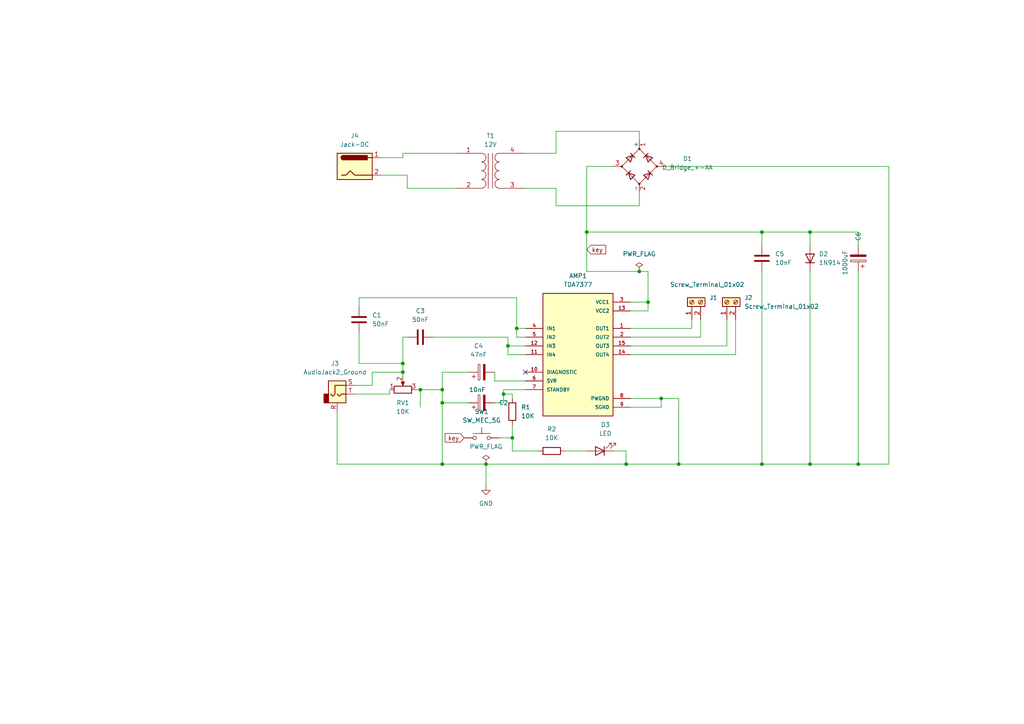
<source format=kicad_sch>
(kicad_sch (version 20230121) (generator eeschema)
  (paper "A4")
  (lib_symbols
    (symbol "Connector:Jack-DC" (pin_names (offset 1.016))
      (property "Reference" "J" (at 0 5.334 0))
      (property "Value" "Jack-DC" (at 0 -5.08 0))
      (symbol "Jack-DC_0_1"
        (rectangle (start -5.08 3.81) (end 5.08 -3.81) (stroke (width 0.254)) (fill (type background)))
        (arc (start -3.302 3.175) (mid -3.9343 2.54) (end -3.302 1.905) (stroke (width 0.254)))
        (arc (start -3.302 3.175) (mid -3.9343 2.54) (end -3.302 1.905) (stroke (width 0.254)) (fill (type outline)))
        (polyline (pts (xy 5.08 2.54) (xy 3.81 2.54)) (stroke (width 0.254)))
        (polyline (pts (xy -3.81 -2.54) (xy -2.54 -2.54) (xy -1.27 -1.27) (xy 0 -2.54) (xy 2.54 -2.54) (xy 5.08 -2.54)) (stroke (width 0.254)))
        (rectangle (start 3.683 3.175) (end -3.302 1.905) (stroke (width 0.254)) (fill (type outline)))
      )
      (symbol "Jack-DC_1_1"
        (pin passive line (at 7.62 2.54 180) (length 2.54) (name "~") (number "1"))
        (pin passive line (at 7.62 -2.54 180) (length 2.54) (name "~") (number "2"))
      )
    )
    (symbol "Connector:Screw_Terminal_01x02" (pin_names (offset 1.016) hide)
      (property "Reference" "J" (at 0 2.54 0))
      (property "Value" "Screw_Terminal_01x02" (at 0 -5.08 0))
      (symbol "Screw_Terminal_01x02_1_1"
        (rectangle (start -1.27 1.27) (end 1.27 -3.81) (stroke (width 0.254)) (fill (type background)))
        (circle (center 0 -2.54) (radius 0.635) (stroke (width 0.1524)))
        (polyline (pts (xy -0.5334 -2.2098) (xy 0.3302 -3.048)) (stroke (width 0.1524)))
        (polyline (pts (xy -0.5334 0.3302) (xy 0.3302 -0.508)) (stroke (width 0.1524)))
        (polyline (pts (xy -0.3556 -2.032) (xy 0.508 -2.8702)) (stroke (width 0.1524)))
        (polyline (pts (xy -0.3556 0.508) (xy 0.508 -0.3302)) (stroke (width 0.1524)))
        (circle (center 0 0) (radius 0.635) (stroke (width 0.1524)))
        (pin passive line (at -5.08 0 0) (length 3.81) (name "Pin_1") (number "1"))
        (pin passive line (at -5.08 -2.54 0) (length 3.81) (name "Pin_2") (number "2"))
      )
    )
    (symbol "Connector_Audio:AudioJack2_Ground"
      (property "Reference" "J3" (at -0.635 8.89 0))
      (property "Value" "AudioJack2_Ground" (at -0.635 6.35 0))
      (symbol "AudioJack2_Ground_0_1"
        (rectangle (start -2.54 -2.54) (end -3.81 0) (stroke (width 0.254)) (fill (type outline)))
        (polyline (pts (xy 0 0) (xy 0.635 -0.635) (xy 1.27 0) (xy 2.54 0)) (stroke (width 0.254)))
        (polyline (pts (xy 2.54 2.54) (xy -0.635 2.54) (xy -0.635 0) (xy -1.27 -0.635) (xy -1.905 0)) (stroke (width 0.254)))
        (rectangle (start 2.54 3.81) (end -2.54 -2.54) (stroke (width 0.254)) (fill (type background)))
      )
      (symbol "AudioJack2_Ground_1_1"
        (pin passive line (at 0 -5.08 90) (length 2.54) (name "~") (number "R"))
        (pin passive line (at 5.08 2.54 180) (length 2.54) (name "~") (number "S"))
        (pin passive line (at 5.08 0 180) (length 2.54) (name "~") (number "T"))
      )
    )
    (symbol "Device:C" (pin_numbers hide) (pin_names (offset 0.254))
      (property "Reference" "C" (at 0.635 2.54 0))
      (property "Value" "C" (at 0.635 -2.54 0))
      (symbol "C_0_1"
        (polyline (pts (xy -2.032 -0.762) (xy 2.032 -0.762)) (stroke (width 0.508)))
        (polyline (pts (xy -2.032 0.762) (xy 2.032 0.762)) (stroke (width 0.508)))
      )
      (symbol "C_1_1"
        (pin passive line (at 0 3.81 270) (length 2.794) (name "~") (number "1"))
        (pin passive line (at 0 -3.81 90) (length 2.794) (name "~") (number "2"))
      )
    )
    (symbol "Device:C_Polarized" (pin_numbers hide) (pin_names (offset 0.254))
      (property "Reference" "C" (at 0.635 2.54 0))
      (property "Value" "C_Polarized" (at 0.635 -2.54 0))
      (symbol "C_Polarized_0_1"
        (rectangle (start -2.286 0.508) (end 2.286 1.016))
        (polyline (pts (xy -1.778 2.286) (xy -0.762 2.286)))
        (polyline (pts (xy -1.27 2.794) (xy -1.27 1.778)))
        (rectangle (start 2.286 -0.508) (end -2.286 -1.016) (fill (type outline)))
      )
      (symbol "C_Polarized_1_1"
        (pin passive line (at 0 3.81 270) (length 2.794) (name "~") (number "1"))
        (pin passive line (at 0 -3.81 90) (length 2.794) (name "~") (number "2"))
      )
    )
    (symbol "Device:D_Bridge_+-AA" (pin_names (offset 0))
      (property "Reference" "D" (at 2.54 6.985 0))
      (property "Value" "D_Bridge_+-AA" (at 2.54 5.08 0))
      (symbol "D_Bridge_+-AA_0_1"
        (circle (center -5.08 0) (radius 0.254) (fill (type outline)))
        (circle (center 0 -5.08) (radius 0.254) (fill (type outline)))
        (polyline (pts (xy -2.54 3.81) (xy -1.27 2.54)) (stroke (width 0.254)))
        (polyline (pts (xy -1.27 -2.54) (xy -2.54 -3.81)) (stroke (width 0.254)))
        (polyline (pts (xy 2.54 -1.27) (xy 3.81 -2.54)) (stroke (width 0.254)))
        (polyline (pts (xy 2.54 1.27) (xy 3.81 2.54)) (stroke (width 0.254)))
        (polyline (pts (xy -3.81 2.54) (xy -2.54 1.27) (xy -1.905 3.175) (xy -3.81 2.54)) (stroke (width 0.254)))
        (polyline (pts (xy -2.54 -1.27) (xy -3.81 -2.54) (xy -1.905 -3.175) (xy -2.54 -1.27)) (stroke (width 0.254)))
        (polyline (pts (xy 1.27 2.54) (xy 2.54 3.81) (xy 3.175 1.905) (xy 1.27 2.54)) (stroke (width 0.254)))
        (polyline (pts (xy 3.175 -1.905) (xy 1.27 -2.54) (xy 2.54 -3.81) (xy 3.175 -1.905)) (stroke (width 0.254)))
        (polyline (pts (xy -5.08 0) (xy 0 -5.08) (xy 5.08 0) (xy 0 5.08) (xy -5.08 0)))
        (circle (center 0 5.08) (radius 0.254) (fill (type outline)))
        (circle (center 5.08 0) (radius 0.254) (fill (type outline)))
      )
      (symbol "D_Bridge_+-AA_1_1"
        (pin passive line (at 7.62 0 180) (length 2.54) (name "+") (number "1"))
        (pin passive line (at -7.62 0 0) (length 2.54) (name "-") (number "2"))
        (pin passive line (at 0 7.62 270) (length 2.54) (name "~") (number "3"))
        (pin passive line (at 0 -7.62 90) (length 2.54) (name "~") (number "4"))
      )
    )
    (symbol "Device:LED" (pin_numbers hide) (pin_names (offset 1.016) hide)
      (property "Reference" "D" (at 0 2.54 0))
      (property "Value" "LED" (at 0 -2.54 0))
      (symbol "LED_0_1"
        (polyline (pts (xy -1.27 -1.27) (xy -1.27 1.27)) (stroke (width 0.254)))
        (polyline (pts (xy -1.27 0) (xy 1.27 0)))
        (polyline (pts (xy 1.27 -1.27) (xy 1.27 1.27) (xy -1.27 0) (xy 1.27 -1.27)) (stroke (width 0.254)))
        (polyline (pts (xy -3.048 -0.762) (xy -4.572 -2.286) (xy -3.81 -2.286) (xy -4.572 -2.286) (xy -4.572 -1.524)))
        (polyline (pts (xy -1.778 -0.762) (xy -3.302 -2.286) (xy -2.54 -2.286) (xy -3.302 -2.286) (xy -3.302 -1.524)))
      )
      (symbol "LED_1_1"
        (pin passive line (at -3.81 0 0) (length 2.54) (name "K") (number "1"))
        (pin passive line (at 3.81 0 180) (length 2.54) (name "A") (number "2"))
      )
    )
    (symbol "Device:R" (pin_numbers hide) (pin_names (offset 0))
      (property "Reference" "R" (at 2.032 0 90))
      (property "Value" "R" (at 0 0 90))
      (symbol "R_0_1"
        (rectangle (start -1.016 -2.54) (end 1.016 2.54) (stroke (width 0.254)))
      )
      (symbol "R_1_1"
        (pin passive line (at 0 3.81 270) (length 1.27) (name "~") (number "1"))
        (pin passive line (at 0 -3.81 90) (length 1.27) (name "~") (number "2"))
      )
    )
    (symbol "Device:R_Potentiometer" (pin_names (offset 1.016) hide)
      (property "Reference" "RV" (at -4.445 0 90))
      (property "Value" "R_Potentiometer" (at -2.54 0 90))
      (symbol "R_Potentiometer_0_1"
        (polyline (pts (xy 2.54 0) (xy 1.524 0)))
        (polyline (pts (xy 1.143 0) (xy 2.286 0.508) (xy 2.286 -0.508) (xy 1.143 0)) (fill (type outline)))
        (rectangle (start 1.016 2.54) (end -1.016 -2.54) (stroke (width 0.254)))
      )
      (symbol "R_Potentiometer_1_1"
        (pin passive line (at 0 3.81 270) (length 1.27) (name "1") (number "1"))
        (pin passive line (at 3.81 0 180) (length 1.27) (name "2") (number "2"))
        (pin passive line (at 0 -3.81 90) (length 1.27) (name "3") (number "3"))
      )
    )
    (symbol "Device:Transformer_1P_1S" (pin_names (offset 1.016) hide)
      (property "Reference" "T" (at 0 6.35 0))
      (property "Value" "Transformer_1P_1S" (at 0 -7.62 0))
      (symbol "Transformer_1P_1S_0_1"
        (arc (start -2.54 -5.0546) (mid -1.6599 -4.6901) (end -1.27 -3.81))
        (arc (start -2.54 -2.5146) (mid -1.6599 -2.1501) (end -1.27 -1.27))
        (arc (start -2.54 0.0254) (mid -1.6599 0.3899) (end -1.27 1.27))
        (arc (start -2.54 2.5654) (mid -1.6599 2.9299) (end -1.27 3.81))
        (arc (start -1.27 -3.81) (mid -1.642 -2.912) (end -2.54 -2.54))
        (arc (start -1.27 -1.27) (mid -1.642 -0.372) (end -2.54 0))
        (arc (start -1.27 1.27) (mid -1.642 2.168) (end -2.54 2.54))
        (arc (start -1.27 3.81) (mid -1.642 4.708) (end -2.54 5.08))
        (polyline (pts (xy -0.635 5.08) (xy -0.635 -5.08)))
        (polyline (pts (xy 0.635 -5.08) (xy 0.635 5.08)))
        (arc (start 1.2954 -1.27) (mid 1.6599 -2.1501) (end 2.54 -2.5146))
        (arc (start 1.2954 1.27) (mid 1.6599 0.3899) (end 2.54 0.0254))
        (arc (start 1.2954 3.81) (mid 1.6599 2.9299) (end 2.54 2.5654))
        (arc (start 1.3208 -3.81) (mid 1.6853 -4.6901) (end 2.5654 -5.0546))
        (arc (start 2.54 0) (mid 1.642 -0.372) (end 1.2954 -1.27))
        (arc (start 2.54 2.54) (mid 1.642 2.168) (end 1.2954 1.27))
        (arc (start 2.54 5.08) (mid 1.642 4.708) (end 1.2954 3.81))
        (arc (start 2.5654 -2.54) (mid 1.6674 -2.912) (end 1.3208 -3.81))
      )
      (symbol "Transformer_1P_1S_1_1"
        (pin passive line (at -10.16 5.08 0) (length 7.62) (name "AA") (number "1"))
        (pin passive line (at -10.16 -5.08 0) (length 7.62) (name "AB") (number "2"))
        (pin passive line (at 10.16 -5.08 180) (length 7.62) (name "SA") (number "3"))
        (pin passive line (at 10.16 5.08 180) (length 7.62) (name "SB") (number "4"))
      )
    )
    (symbol "Diode:1N914" (pin_numbers hide) (pin_names hide)
      (property "Reference" "D" (at 0 2.54 0))
      (property "Value" "1N914" (at 0 -2.54 0))
      (symbol "1N914_0_1"
        (polyline (pts (xy -1.27 1.27) (xy -1.27 -1.27)) (stroke (width 0.254)))
        (polyline (pts (xy 1.27 0) (xy -1.27 0)))
        (polyline (pts (xy 1.27 1.27) (xy 1.27 -1.27) (xy -1.27 0) (xy 1.27 1.27)) (stroke (width 0.254)))
      )
      (symbol "1N914_1_1"
        (pin passive line (at -3.81 0 0) (length 2.54) (name "K") (number "1"))
        (pin passive line (at 3.81 0 180) (length 2.54) (name "A") (number "2"))
      )
    )
    (symbol "Switch:SW_MEC_5G" (pin_numbers hide) (pin_names (offset 1.016) hide)
      (property "Reference" "SW" (at 1.27 2.54 0))
      (property "Value" "SW_MEC_5G" (at 0 -1.524 0))
      (symbol "SW_MEC_5G_0_1"
        (circle (center -2.032 0) (radius 0.508))
        (polyline (pts (xy 0 1.27) (xy 0 3.048)))
        (polyline (pts (xy 2.54 1.27) (xy -2.54 1.27)))
        (circle (center 2.032 0) (radius 0.508))
        (pin passive line (at -5.08 0 0) (length 2.54) (name "A") (number "1"))
        (pin passive line (at 5.08 0 180) (length 2.54) (name "B") (number "3"))
      )
      (symbol "SW_MEC_5G_1_1"
        (pin passive line (at -5.08 0 0) (length 2.54) hide (name "A") (number "2"))
        (pin passive line (at 5.08 0 180) (length 2.54) hide (name "B") (number "4"))
      )
    )
    (symbol "TDA7377:TDA7377" (pin_names (offset 1.016))
      (property "Reference" "AMP" (at -10.1699 17.7974 0))
      (property "Value" "TDA7377" (at -10.1752 -20.3504 0))
      (symbol "TDA7377_0_0"
        (rectangle (start -10.16 -17.78) (end 10.16 17.78) (stroke (width 0.254)) (fill (type background)))
        (pin output line (at 15.24 7.62 180) (length 5.08) (name "OUT1") (number "1"))
        (pin passive line (at -15.24 -5.08 0) (length 5.08) (name "DIAGNOSTIC") (number "10"))
        (pin input line (at -15.24 0 0) (length 5.08) (name "IN4") (number "11"))
        (pin input line (at -15.24 2.54 0) (length 5.08) (name "IN3") (number "12"))
        (pin power_in line (at 15.24 12.7 180) (length 5.08) (name "VCC2") (number "13"))
        (pin output line (at 15.24 0 180) (length 5.08) (name "OUT4") (number "14"))
        (pin output line (at 15.24 2.54 180) (length 5.08) (name "OUT3") (number "15"))
        (pin output line (at 15.24 5.08 180) (length 5.08) (name "OUT2") (number "2"))
        (pin power_in line (at 15.24 15.24 180) (length 5.08) (name "VCC1") (number "3"))
        (pin input line (at -15.24 7.62 0) (length 5.08) (name "IN1") (number "4"))
        (pin input line (at -15.24 5.08 0) (length 5.08) (name "IN2") (number "5"))
        (pin passive line (at -15.24 -7.62 0) (length 5.08) (name "SVR") (number "6"))
        (pin passive line (at -15.24 -10.16 0) (length 5.08) (name "STANDBY") (number "7"))
        (pin passive line (at 15.24 -12.7 180) (length 5.08) (name "PWGND") (number "8"))
        (pin passive line (at 15.24 -15.24 180) (length 5.08) (name "SGND") (number "9"))
      )
    )
    (symbol "power:GND" (power) (pin_names (offset 0))
      (property "Value" "GND" (at 0 -3.81 0))
      (symbol "GND_0_1"
        (polyline (pts (xy 0 0) (xy 0 -1.27) (xy 1.27 -1.27) (xy 0 -2.54) (xy -1.27 -1.27) (xy 0 -1.27)))
      )
      (symbol "GND_1_1"
        (pin power_in line (at 0 0 270) (length 0) hide (name "GND") (number "1"))
      )
    )
    (symbol "power:PWR_FLAG" (power) (pin_numbers hide) (pin_names (offset 0) hide)
      (property "Value" "PWR_FLAG" (at 0 3.81 0))
      (symbol "PWR_FLAG_0_0"
        (pin power_out line (at 0 0 90) (length 0) (name "pwr") (number "1"))
      )
      (symbol "PWR_FLAG_0_1"
        (polyline (pts (xy 0 0) (xy 0 1.27) (xy -1.016 1.905) (xy 0 2.54) (xy 1.016 1.905) (xy 0 1.27)))
      )
    )
  )
  (junction (at 185.42 78.74))
  (junction (at 191.77 115.57))
  (junction (at 148.59 127))
  (junction (at 170.18 67.31))
  (junction (at 181.61 134.62))
  (junction (at 116.84 107.95))
  (junction (at 149.86 95.25))
  (junction (at 128.27 113.03))
  (junction (at 116.84 105.41))
  (junction (at 248.92 134.62))
  (junction (at 121.92 113.03))
  (junction (at 220.98 134.62))
  (junction (at 128.27 134.62))
  (junction (at 234.95 67.31))
  (junction (at 146.05 114.3))
  (junction (at 220.98 67.31))
  (junction (at 140.97 134.62))
  (junction (at 234.95 134.62))
  (junction (at 187.96 87.63))
  (junction (at 196.85 134.62))
  (junction (at 147.32 100.33))
  (junction (at 128.27 116.84))
  (no_connect (at 152.4 107.95))
  (wire (pts (xy 116.84 44.45) (xy 132.08 44.45)))
  (wire (pts (xy 187.96 78.74) (xy 187.96 87.63)))
  (wire (pts (xy 257.81 48.26) (xy 257.81 134.62)))
  (wire (pts (xy 118.11 50.8) (xy 118.11 54.61)))
  (wire (pts (xy 220.98 78.74) (xy 220.98 134.62)))
  (wire (pts (xy 161.29 38.1) (xy 185.42 38.1)))
  (wire (pts (xy 185.42 38.1) (xy 185.42 40.64)))
  (wire (pts (xy 185.42 78.74) (xy 187.96 78.74)))
  (wire (pts (xy 97.79 119.38) (xy 97.79 134.62)))
  (wire (pts (xy 128.27 134.62) (xy 128.27 116.84)))
  (wire (pts (xy 149.86 86.36) (xy 104.14 86.36)))
  (wire (pts (xy 163.83 130.81) (xy 170.18 130.81)))
  (wire (pts (xy 182.88 95.25) (xy 200.66 95.25)))
  (wire (pts (xy 116.84 45.72) (xy 116.84 44.45)))
  (wire (pts (xy 234.95 67.31) (xy 234.95 71.12)))
  (wire (pts (xy 213.36 102.87) (xy 182.88 102.87)))
  (wire (pts (xy 128.27 116.84) (xy 135.89 116.84)))
  (wire (pts (xy 177.8 130.81) (xy 181.61 130.81)))
  (wire (pts (xy 182.88 87.63) (xy 187.96 87.63)))
  (wire (pts (xy 152.4 95.25) (xy 149.86 95.25)))
  (wire (pts (xy 116.84 97.79) (xy 116.84 105.41)))
  (wire (pts (xy 181.61 130.81) (xy 181.61 134.62)))
  (wire (pts (xy 102.87 111.76) (xy 107.95 111.76)))
  (wire (pts (xy 152.4 44.45) (xy 161.29 44.45)))
  (wire (pts (xy 220.98 67.31) (xy 220.98 71.12)))
  (wire (pts (xy 248.92 134.62) (xy 257.81 134.62)))
  (wire (pts (xy 140.97 134.62) (xy 181.61 134.62)))
  (wire (pts (xy 146.05 114.3) (xy 146.05 113.03)))
  (wire (pts (xy 220.98 67.31) (xy 234.95 67.31)))
  (wire (pts (xy 181.61 134.62) (xy 196.85 134.62)))
  (wire (pts (xy 182.88 100.33) (xy 210.82 100.33)))
  (wire (pts (xy 196.85 134.62) (xy 220.98 134.62)))
  (wire (pts (xy 161.29 38.1) (xy 161.29 44.45)))
  (wire (pts (xy 248.92 78.74) (xy 248.92 134.62)))
  (wire (pts (xy 177.8 48.26) (xy 170.18 48.26)))
  (wire (pts (xy 152.4 113.03) (xy 146.05 113.03)))
  (wire (pts (xy 193.04 48.26) (xy 257.81 48.26)))
  (wire (pts (xy 146.05 114.3) (xy 146.05 116.84)))
  (wire (pts (xy 148.59 130.81) (xy 148.59 127)))
  (wire (pts (xy 128.27 107.95) (xy 135.89 107.95)))
  (wire (pts (xy 200.66 95.25) (xy 200.66 92.71)))
  (wire (pts (xy 107.95 107.95) (xy 116.84 107.95)))
  (wire (pts (xy 146.05 116.84) (xy 143.51 116.84)))
  (wire (pts (xy 203.2 97.79) (xy 182.88 97.79)))
  (wire (pts (xy 213.36 92.71) (xy 213.36 102.87)))
  (wire (pts (xy 116.84 107.95) (xy 116.84 109.22)))
  (wire (pts (xy 97.79 134.62) (xy 128.27 134.62)))
  (wire (pts (xy 191.77 118.11) (xy 191.77 115.57)))
  (wire (pts (xy 182.88 118.11) (xy 191.77 118.11)))
  (wire (pts (xy 156.21 130.81) (xy 148.59 130.81)))
  (wire (pts (xy 118.11 97.79) (xy 116.84 97.79)))
  (wire (pts (xy 152.4 97.79) (xy 149.86 97.79)))
  (wire (pts (xy 118.11 54.61) (xy 132.08 54.61)))
  (wire (pts (xy 152.4 54.61) (xy 161.29 54.61)))
  (wire (pts (xy 110.49 50.8) (xy 118.11 50.8)))
  (wire (pts (xy 220.98 134.62) (xy 234.95 134.62)))
  (wire (pts (xy 147.32 100.33) (xy 152.4 100.33)))
  (wire (pts (xy 187.96 87.63) (xy 187.96 90.17)))
  (wire (pts (xy 121.92 113.03) (xy 128.27 113.03)))
  (wire (pts (xy 196.85 115.57) (xy 196.85 134.62)))
  (wire (pts (xy 149.86 97.79) (xy 149.86 95.25)))
  (wire (pts (xy 191.77 115.57) (xy 196.85 115.57)))
  (wire (pts (xy 185.42 59.69) (xy 185.42 55.88)))
  (wire (pts (xy 120.65 113.03) (xy 121.92 113.03)))
  (wire (pts (xy 104.14 105.41) (xy 104.14 96.52)))
  (wire (pts (xy 107.95 111.76) (xy 107.95 107.95)))
  (wire (pts (xy 203.2 92.71) (xy 203.2 97.79)))
  (wire (pts (xy 161.29 59.69) (xy 185.42 59.69)))
  (wire (pts (xy 234.95 67.31) (xy 248.92 67.31)))
  (wire (pts (xy 161.29 54.61) (xy 161.29 59.69)))
  (wire (pts (xy 170.18 48.26) (xy 170.18 67.31)))
  (wire (pts (xy 248.92 67.31) (xy 248.92 71.12)))
  (wire (pts (xy 104.14 86.36) (xy 104.14 88.9)))
  (wire (pts (xy 170.18 67.31) (xy 220.98 67.31)))
  (wire (pts (xy 148.59 114.3) (xy 146.05 114.3)))
  (wire (pts (xy 182.88 90.17) (xy 187.96 90.17)))
  (wire (pts (xy 140.97 140.97) (xy 140.97 134.62)))
  (wire (pts (xy 144.78 127) (xy 148.59 127)))
  (wire (pts (xy 128.27 116.84) (xy 128.27 113.03)))
  (wire (pts (xy 152.4 102.87) (xy 147.32 102.87)))
  (wire (pts (xy 125.73 97.79) (xy 147.32 97.79)))
  (wire (pts (xy 170.18 78.74) (xy 185.42 78.74)))
  (wire (pts (xy 182.88 115.57) (xy 191.77 115.57)))
  (wire (pts (xy 210.82 100.33) (xy 210.82 92.71)))
  (wire (pts (xy 104.14 105.41) (xy 116.84 105.41)))
  (wire (pts (xy 110.49 45.72) (xy 116.84 45.72)))
  (wire (pts (xy 121.92 118.11) (xy 121.92 113.03)))
  (wire (pts (xy 149.86 86.36) (xy 149.86 95.25)))
  (wire (pts (xy 234.95 134.62) (xy 248.92 134.62)))
  (wire (pts (xy 113.03 114.3) (xy 113.03 113.03)))
  (wire (pts (xy 128.27 113.03) (xy 128.27 107.95)))
  (wire (pts (xy 170.18 67.31) (xy 170.18 78.74)))
  (wire (pts (xy 102.87 114.3) (xy 113.03 114.3)))
  (wire (pts (xy 116.84 105.41) (xy 116.84 107.95)))
  (wire (pts (xy 147.32 102.87) (xy 147.32 100.33)))
  (wire (pts (xy 234.95 78.74) (xy 234.95 134.62)))
  (wire (pts (xy 152.4 110.49) (xy 143.51 110.49)))
  (wire (pts (xy 148.59 114.3) (xy 148.59 115.57)))
  (wire (pts (xy 143.51 110.49) (xy 143.51 107.95)))
  (wire (pts (xy 147.32 97.79) (xy 147.32 100.33)))
  (wire (pts (xy 148.59 127) (xy 148.59 123.19)))
  (wire (pts (xy 140.97 134.62) (xy 128.27 134.62)))
  (global_label "key" (shape input) (at 170.18 72.39 0) (property "Intersheetrefs" "${INTERSHEET_REFS}" (effects hide)))
  (global_label "key" (shape input) (at 134.62 127 180) (property "Intersheetrefs" "${INTERSHEET_REFS}" (effects hide)))
  (symbol (lib_id "TDA7377:TDA7377") (at 167.64 102.87 0) (unit 1)
    (property "Reference" "AMP1" (at 167.64 80.01 0))
    (property "Value" "TDA7377" (at 167.64 82.55 0))
    (property "Footprint" "TDA7377_2:AMP_TDA7377" (effects hide))
    (property "MF" "STMicroelectronics" (effects hide))
    (property "Description" "\nAmplifiers, Buffers, pwr, circuits, amplifier, Audio Amplifiers, Semiconductors and Actives, amp, ic, audio, integrated\n" (effects hide))
    (property "Package" "Multiwatt-15 STMicroelectronics" (effects hide))
    (property "Price" "None" (effects hide))
    (property "Check_prices" "https://www.snapeda.com/parts/TDA7377/STMicroelectronics/view-part/?ref=eda" (effects hide))
    (property "SnapEDA_Link" "https://www.snapeda.com/parts/TDA7377/STMicroelectronics/view-part/?ref=snap" (effects hide))
    (property "MP" "TDA7377" (effects hide))
    (property "Availability" "In Stock" (effects hide))
    (property "MANUFACTURER" "MCM Electronics" (effects hide))
  )
  (symbol (lib_id "Device:C") (at 220.98 74.93 0) (unit 1)
    (property "Reference" "C5" (at 224.79 73.66 0) (effects (justify left)))
    (property "Value" "10nF" (at 224.79 76.2 0) (effects (justify left)))
    (property "Footprint" "Capacitor_THT:C_Rect_L9.0mm_W3.9mm_P7.50mm_MKT" (effects hide))
  )
  (symbol (lib_id "Device:R_Potentiometer") (at 116.84 113.03 90) (unit 1)
    (property "Reference" "RV1" (at 116.84 116.84 90))
    (property "Value" "10K" (at 116.84 119.38 90))
    (property "Footprint" "Potentiometer_SMD:Potentiometer_Bourns_3214X_Vertical" (effects hide))
  )
  (symbol (lib_id "Device:C") (at 104.14 92.71 0) (unit 1)
    (property "Reference" "C1" (at 107.95 91.44 0) (effects (justify left)))
    (property "Value" "50nF" (at 107.95 93.98 0) (effects (justify left)))
    (property "Footprint" "Capacitor_THT:C_Rect_L9.0mm_W3.9mm_P7.50mm_MKT" (effects hide))
  )
  (symbol (lib_id "Device:Transformer_1P_1S") (at 142.24 49.53 0) (unit 1)
    (property "Reference" "T1" (at 142.2527 39.37 0))
    (property "Value" "12V" (at 142.2527 41.91 0))
    (property "Footprint" "Transformer_THT:Transformer_Toroid_Horizontal_D10.5mm_Amidon-T37" (effects hide))
  )
  (symbol (lib_id "Device:R") (at 148.59 119.38 0) (unit 1)
    (property "Reference" "R1" (at 151.13 118.11 0) (effects (justify left)))
    (property "Value" "10K" (at 151.13 120.65 0) (effects (justify left)))
    (property "Footprint" "Resistor_SMD:R_0201_0603Metric_Pad0.64x0.40mm_HandSolder" (effects hide))
  )
  (symbol (lib_id "Device:C_Polarized") (at 139.7 107.95 90) (unit 1)
    (property "Reference" "C4" (at 138.811 100.33 90))
    (property "Value" "47nF" (at 138.811 102.87 90))
    (property "Footprint" "Capacitor_SMD:CP_Elec_6.3x4.5" (effects hide))
  )
  (symbol (lib_id "Connector:Jack-DC") (at 102.87 48.26 0) (unit 1)
    (property "Reference" "J4" (at 102.87 39.37 0))
    (property "Value" "Jack-DC" (at 102.87 41.91 0))
    (property "Footprint" "Connector_BarrelJack:BarrelJack_SwitchcraftConxall_RAPC10U_Horizontal" (effects hide))
  )
  (symbol (lib_id "Connector_Audio:AudioJack2_Ground") (at 97.79 114.3 0) (unit 1)
    (property "Reference" "J3" (at 97.155 105.41 0))
    (property "Value" "AudioJack2_Ground" (at 97.155 107.95 0))
    (property "Footprint" "Connector_Audio:Jack_3.5mm_CUI_SJ1-3533NG_Horizontal" (effects hide))
  )
  (symbol (lib_id "Device:LED") (at 173.99 130.81 180) (unit 1)
    (property "Reference" "D3" (at 175.5775 123.19 0))
    (property "Value" "LED" (at 175.5775 125.73 0))
    (property "Footprint" "LED_THT:LED_D3.0mm_Horizontal_O3.81mm_Z6.0mm" (effects hide))
  )
  (symbol (lib_id "Device:D_Bridge_+-AA") (at 185.42 48.26 90) (unit 1)
    (property "Reference" "D1" (at 199.39 46.0441 90))
    (property "Value" "D_Bridge_+-AA" (at 199.39 48.5841 90))
    (property "Footprint" "Diode_SMD:Diode_Bridge_Bourns_CD-DF4xxS" (effects hide))
  )
  (symbol (lib_id "power:PWR_FLAG") (at 140.97 134.62 0) (unit 1)
    (property "Reference" "#FLG02" (effects hide))
    (property "Value" "PWR_FLAG" (at 140.97 129.54 0))
  )
  (symbol (lib_id "Device:C_Polarized") (at 139.7 116.84 90) (unit 1)
    (property "Reference" "C2" (at 146.05 116.84 90))
    (property "Value" "10nF" (at 138.43 113.03 90))
    (property "Footprint" "Capacitor_SMD:CP_Elec_6.3x4.5" (effects hide))
  )
  (symbol (lib_id "Switch:SW_MEC_5G") (at 139.7 127 0) (unit 1)
    (property "Reference" "SW1" (at 139.7 119.38 0))
    (property "Value" "SW_MEC_5G" (at 139.7 121.92 0))
    (property "Footprint" "Button_Switch_SMD:SW_MEC_5GSH9" (effects hide))
    (property "Datasheet" "http://www.apem.com/int/index.php?controller=attachment&id_attachment=488" (effects hide))
  )
  (symbol (lib_id "Device:C") (at 121.92 97.79 90) (unit 1)
    (property "Reference" "C3" (at 121.92 90.17 90))
    (property "Value" "50nF" (at 121.92 92.71 90))
    (property "Footprint" "Capacitor_SMD:CP_Elec_6.3x4.5" (effects hide))
  )
  (symbol (lib_id "power:PWR_FLAG") (at 185.42 78.74 0) (unit 1)
    (property "Reference" "#FLG01" (effects hide))
    (property "Value" "PWR_FLAG" (at 185.42 73.66 0))
  )
  (symbol (lib_id "Device:C_Polarized") (at 248.92 74.93 180) (unit 1)
    (property "Reference" "C6" (at 248.92 68.58 90))
    (property "Value" "1000uF" (at 245.11 76.2 90))
    (property "Footprint" "Capacitor_SMD:CP_Elec_6.3x5.4" (effects hide))
  )
  (symbol (lib_id "Connector:Screw_Terminal_01x02") (at 210.82 87.63 90) (unit 1)
    (property "Reference" "J2" (at 215.9 86.36 90) (effects (justify right)))
    (property "Value" "Screw_Terminal_01x02" (at 215.9 88.9 90) (effects (justify right)))
    (property "Footprint" "Connector_JST:JST_JWPF_B02B-JWPF-SK-R_1x02_P2.00mm_Vertical" (effects hide))
  )
  (symbol (lib_id "power:GND") (at 140.97 140.97 0) (unit 1)
    (property "Reference" "#PWR01" (effects hide))
    (property "Value" "GND" (at 140.97 146.05 0))
  )
  (symbol (lib_id "Connector:Screw_Terminal_01x02") (at 200.66 87.63 90) (unit 1)
    (property "Reference" "J1" (at 205.74 86.36 90) (effects (justify right)))
    (property "Value" "Screw_Terminal_01x02" (at 194.31 82.55 90) (effects (justify right)))
    (property "Footprint" "Connector_JST:JST_JWPF_B02B-JWPF-SK-R_1x02_P2.00mm_Vertical" (effects hide))
  )
  (symbol (lib_id "Device:R") (at 160.02 130.81 90) (unit 1)
    (property "Reference" "R2" (at 160.02 124.46 90))
    (property "Value" "10K" (at 160.02 127 90))
    (property "Footprint" "Resistor_SMD:R_0201_0603Metric_Pad0.64x0.40mm_HandSolder" (effects hide))
  )
  (symbol (lib_id "Diode:1N914") (at 234.95 74.93 90) (unit 1)
    (property "Reference" "D2" (at 237.49 73.66 90) (effects (justify right)))
    (property "Value" "1N914" (at 237.49 76.2 90) (effects (justify right)))
    (property "Footprint" "Diode_THT:D_DO-35_SOD27_P7.62mm_Horizontal" (effects hide))
    (property "Datasheet" "http://www.vishay.com/docs/85622/1n914.pdf" (effects hide))
    (property "Sim.Device" "D" (effects hide))
    (property "Sim.Pins" "1=K 2=A" (effects hide))
  )
)
</source>
